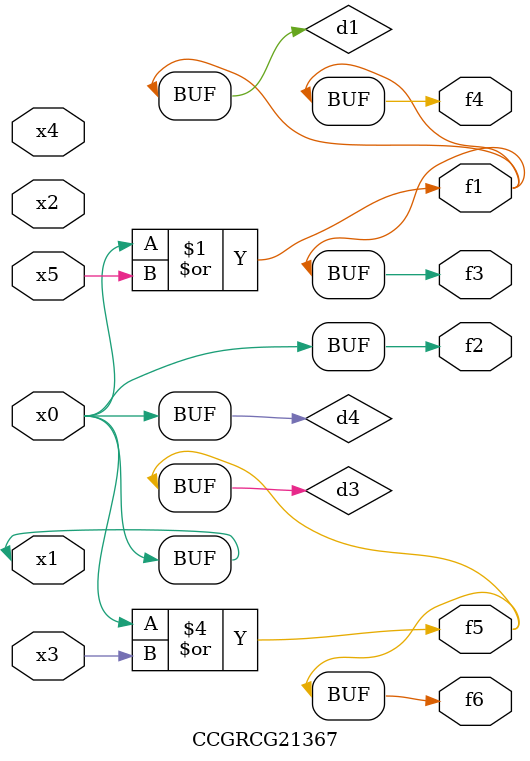
<source format=v>
module CCGRCG21367(
	input x0, x1, x2, x3, x4, x5,
	output f1, f2, f3, f4, f5, f6
);

	wire d1, d2, d3, d4;

	or (d1, x0, x5);
	xnor (d2, x1, x4);
	or (d3, x0, x3);
	buf (d4, x0, x1);
	assign f1 = d1;
	assign f2 = d4;
	assign f3 = d1;
	assign f4 = d1;
	assign f5 = d3;
	assign f6 = d3;
endmodule

</source>
